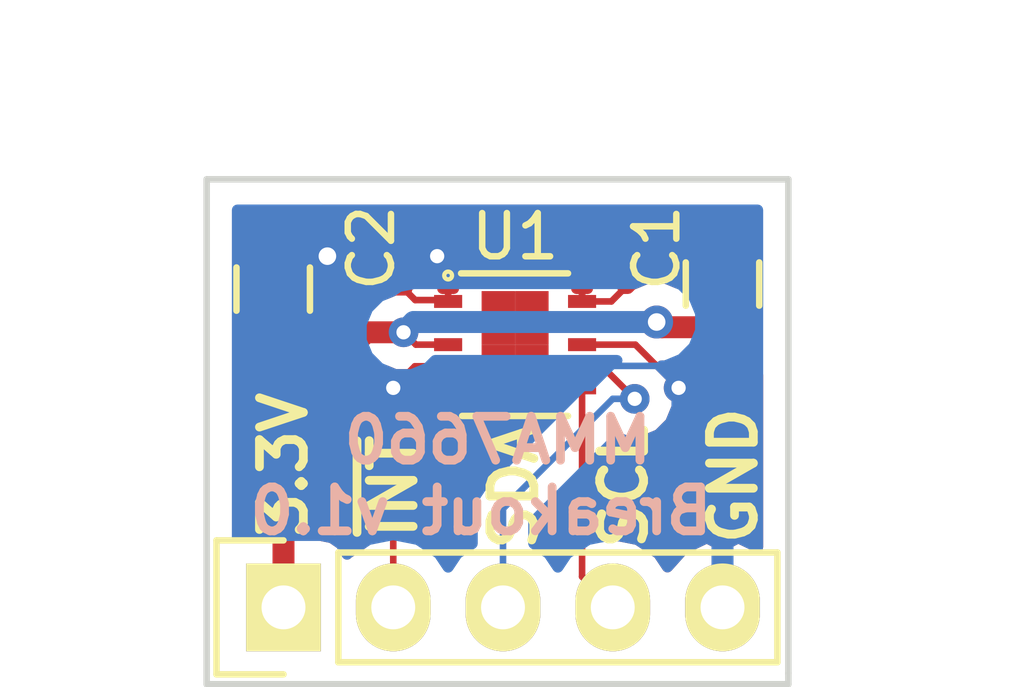
<source format=kicad_pcb>
(kicad_pcb (version 4) (host pcbnew 4.0.3+e1-6302~38~ubuntu14.04.1-stable)

  (general
    (links 13)
    (no_connects 0)
    (area 136.312142 99.301 159.765572 115.389201)
    (thickness 1.6)
    (drawings 18)
    (tracks 64)
    (zones 0)
    (modules 4)
    (nets 6)
  )

  (page A4)
  (title_block
    (company "Released under the CERN Open Hardware License v1.2")
    (comment 1 jeh.wicker@gmail.com)
    (comment 2 "Jenner Hanni")
    (comment 3 "Wickerbox Electronics")
  )

  (layers
    (0 F.Cu signal)
    (31 B.Cu signal)
    (34 B.Paste user)
    (35 F.Paste user)
    (36 B.SilkS user)
    (37 F.SilkS user)
    (38 B.Mask user)
    (39 F.Mask user)
    (44 Edge.Cuts user)
    (46 B.CrtYd user)
    (47 F.CrtYd user)
    (48 B.Fab user)
    (49 F.Fab user)
  )

  (setup
    (last_trace_width 0.1524)
    (user_trace_width 0.1524)
    (user_trace_width 0.254)
    (user_trace_width 0.3302)
    (user_trace_width 0.508)
    (user_trace_width 0.762)
    (trace_clearance 0.254)
    (zone_clearance 0.508)
    (zone_45_only no)
    (trace_min 0.1524)
    (segment_width 0.05)
    (edge_width 0.15)
    (via_size 0.6858)
    (via_drill 0.3302)
    (via_min_size 0.6858)
    (via_min_drill 0.3302)
    (user_via 0.6858 0.3302)
    (user_via 0.762 0.4064)
    (user_via 0.8636 0.508)
    (uvia_size 0.762)
    (uvia_drill 0.508)
    (uvias_allowed no)
    (uvia_min_size 0)
    (uvia_min_drill 0)
    (pcb_text_width 0.3)
    (pcb_text_size 1.5 1.5)
    (mod_edge_width 0.15)
    (mod_text_size 1 1)
    (mod_text_width 0.15)
    (pad_size 1.524 1.524)
    (pad_drill 0.762)
    (pad_to_mask_clearance 0.0762)
    (aux_axis_origin 0 0)
    (visible_elements FFFEDF7D)
    (pcbplotparams
      (layerselection 0x3d0fc_80000001)
      (usegerberextensions true)
      (excludeedgelayer true)
      (linewidth 0.100000)
      (plotframeref false)
      (viasonmask false)
      (mode 1)
      (useauxorigin false)
      (hpglpennumber 1)
      (hpglpenspeed 20)
      (hpglpendiameter 15)
      (hpglpenoverlay 2)
      (psnegative false)
      (psa4output false)
      (plotreference true)
      (plotvalue true)
      (plotinvisibletext false)
      (padsonsilk false)
      (subtractmaskfromsilk false)
      (outputformat 1)
      (mirror false)
      (drillshape 0)
      (scaleselection 1)
      (outputdirectory gerbers))
  )

  (net 0 "")
  (net 1 +3V3)
  (net 2 GND)
  (net 3 "Net-(J1-Pad2)")
  (net 4 "Net-(J1-Pad3)")
  (net 5 "Net-(J1-Pad4)")

  (net_class Default "This is the default net class."
    (clearance 0.254)
    (trace_width 0.1524)
    (via_dia 0.6858)
    (via_drill 0.3302)
    (uvia_dia 0.762)
    (uvia_drill 0.508)
    (add_net +3V3)
    (add_net GND)
    (add_net "Net-(J1-Pad2)")
    (add_net "Net-(J1-Pad3)")
    (add_net "Net-(J1-Pad4)")
  )

  (net_class Power ""
    (clearance 0.3302)
    (trace_width 0.508)
    (via_dia 0.762)
    (via_drill 0.4064)
    (uvia_dia 0.762)
    (uvia_drill 0.508)
  )

  (module Wickerlib:RLC-0805-SMD (layer F.Cu) (tedit 57904162) (tstamp 57C5DE5C)
    (at 152.908 105.801 90)
    (descr "Capacitor SMD RLC-0805-SMD, reflow soldering, AVX (see smccp.pdf)")
    (tags "capacitor RLC-0805-SMD")
    (path /57C6269F)
    (attr smd)
    (fp_text reference C1 (at 0 0 270) (layer F.Fab)
      (effects (font (size 1 1) (thickness 0.15)))
    )
    (fp_text value 100nF (at 0 0 90) (layer F.Fab) hide
      (effects (font (size 1 1) (thickness 0.15)))
    )
    (fp_text user %R (at 0.8355 -1.524 270) (layer F.SilkS)
      (effects (font (size 1 1) (thickness 0.15)))
    )
    (fp_line (start 1.778 1.016) (end 1.778 -1.016) (layer F.Fab) (width 0.05))
    (fp_line (start -1.778 1.016) (end 1.778 1.016) (layer F.Fab) (width 0.05))
    (fp_line (start -1.778 -1.016) (end -1.778 1.016) (layer F.Fab) (width 0.05))
    (fp_line (start 1.778 -1.016) (end -1.778 -1.016) (layer F.Fab) (width 0.05))
    (fp_line (start -1.8 -1) (end 1.8 -1) (layer F.CrtYd) (width 0.05))
    (fp_line (start -1.8 1) (end 1.8 1) (layer F.CrtYd) (width 0.05))
    (fp_line (start -1.8 -1) (end -1.8 1) (layer F.CrtYd) (width 0.05))
    (fp_line (start 1.8 -1) (end 1.8 1) (layer F.CrtYd) (width 0.05))
    (fp_line (start 0.5 -0.85) (end -0.5 -0.85) (layer F.SilkS) (width 0.15))
    (fp_line (start -0.5 0.85) (end 0.5 0.85) (layer F.SilkS) (width 0.15))
    (pad 1 smd rect (at -1 0 90) (size 1 1.25) (layers F.Cu F.Paste F.Mask)
      (net 1 +3V3))
    (pad 2 smd rect (at 1 0 90) (size 1 1.25) (layers F.Cu F.Paste F.Mask)
      (net 2 GND))
  )

  (module Wickerlib:RLC-0805-SMD (layer F.Cu) (tedit 57904162) (tstamp 57C5DE62)
    (at 142.51 105.918 90)
    (descr "Capacitor SMD RLC-0805-SMD, reflow soldering, AVX (see smccp.pdf)")
    (tags "capacitor RLC-0805-SMD")
    (path /57C6278C)
    (attr smd)
    (fp_text reference C2 (at 0 0 270) (layer F.Fab)
      (effects (font (size 1 1) (thickness 0.15)))
    )
    (fp_text value 100nF (at 0 0 90) (layer F.Fab) hide
      (effects (font (size 1 1) (thickness 0.15)))
    )
    (fp_text user %R (at 0.9525 2.27 90) (layer F.SilkS)
      (effects (font (size 1 1) (thickness 0.15)))
    )
    (fp_line (start 1.778 1.016) (end 1.778 -1.016) (layer F.Fab) (width 0.05))
    (fp_line (start -1.778 1.016) (end 1.778 1.016) (layer F.Fab) (width 0.05))
    (fp_line (start -1.778 -1.016) (end -1.778 1.016) (layer F.Fab) (width 0.05))
    (fp_line (start 1.778 -1.016) (end -1.778 -1.016) (layer F.Fab) (width 0.05))
    (fp_line (start -1.8 -1) (end 1.8 -1) (layer F.CrtYd) (width 0.05))
    (fp_line (start -1.8 1) (end 1.8 1) (layer F.CrtYd) (width 0.05))
    (fp_line (start -1.8 -1) (end -1.8 1) (layer F.CrtYd) (width 0.05))
    (fp_line (start 1.8 -1) (end 1.8 1) (layer F.CrtYd) (width 0.05))
    (fp_line (start 0.5 -0.85) (end -0.5 -0.85) (layer F.SilkS) (width 0.15))
    (fp_line (start -0.5 0.85) (end 0.5 0.85) (layer F.SilkS) (width 0.15))
    (pad 1 smd rect (at -1 0 90) (size 1 1.25) (layers F.Cu F.Paste F.Mask)
      (net 1 +3V3))
    (pad 2 smd rect (at 1 0 90) (size 1 1.25) (layers F.Cu F.Paste F.Mask)
      (net 2 GND))
  )

  (module Wickerlib:CONN-HEADER-STRAIGHT-P2.54MM-1x05 (layer F.Cu) (tedit 57C5E3D9) (tstamp 57C5DE2D)
    (at 142.748 113.284 90)
    (descr "Through hole pin header")
    (tags "pin header")
    (path /57C6231E)
    (fp_text reference J1 (at 0.05 6.625 180) (layer F.Fab)
      (effects (font (size 1 1) (thickness 0.15)))
    )
    (fp_text value HEADER (at 0.075 5.15 180) (layer F.Fab) hide
      (effects (font (size 1 1) (thickness 0.15)))
    )
    (fp_line (start 1.775 11.975) (end 1.775 -1.725) (layer F.Fab) (width 0.05))
    (fp_line (start -1.75 11.975) (end 1.775 11.975) (layer F.Fab) (width 0.05))
    (fp_line (start -1.75 -1.725) (end -1.75 11.975) (layer F.Fab) (width 0.05))
    (fp_line (start 1.75 -1.725) (end -1.75 -1.725) (layer F.Fab) (width 0.05))
    (fp_text user %R (at -0.05 -2.625 90) (layer F.SilkS) hide
      (effects (font (size 1 1) (thickness 0.15)))
    )
    (fp_line (start -1.55 0) (end -1.55 -1.55) (layer F.SilkS) (width 0.15))
    (fp_line (start -1.55 -1.55) (end 1.55 -1.55) (layer F.SilkS) (width 0.15))
    (fp_line (start 1.55 -1.55) (end 1.55 0) (layer F.SilkS) (width 0.15))
    (fp_line (start -1.75 -1.75) (end -1.75 11.95) (layer F.CrtYd) (width 0.05))
    (fp_line (start 1.75 -1.75) (end 1.75 11.95) (layer F.CrtYd) (width 0.05))
    (fp_line (start -1.75 -1.75) (end 1.75 -1.75) (layer F.CrtYd) (width 0.05))
    (fp_line (start -1.75 11.95) (end 1.75 11.95) (layer F.CrtYd) (width 0.05))
    (fp_line (start 1.27 1.27) (end 1.27 11.43) (layer F.SilkS) (width 0.15))
    (fp_line (start 1.27 11.43) (end -1.27 11.43) (layer F.SilkS) (width 0.15))
    (fp_line (start -1.27 11.43) (end -1.27 1.27) (layer F.SilkS) (width 0.15))
    (fp_line (start 1.27 1.27) (end -1.27 1.27) (layer F.SilkS) (width 0.15))
    (pad 1 thru_hole rect (at 0 0 90) (size 2.032 1.7272) (drill 1.016) (layers *.Cu *.Mask F.SilkS)
      (net 1 +3V3))
    (pad 2 thru_hole oval (at 0 2.54 90) (size 2.032 1.7272) (drill 1.016) (layers *.Cu *.Mask F.SilkS)
      (net 3 "Net-(J1-Pad2)"))
    (pad 3 thru_hole oval (at 0 5.08 90) (size 2.032 1.7272) (drill 1.016) (layers *.Cu *.Mask F.SilkS)
      (net 4 "Net-(J1-Pad3)"))
    (pad 4 thru_hole oval (at 0 7.62 90) (size 2.032 1.7272) (drill 1.016) (layers *.Cu *.Mask F.SilkS)
      (net 5 "Net-(J1-Pad4)"))
    (pad 5 thru_hole oval (at 0 10.16 90) (size 2.032 1.7272) (drill 1.016) (layers *.Cu *.Mask F.SilkS)
      (net 2 GND))
  )

  (module Wickerlib:DFN-10-1EP-3x3MM-P0.5MM (layer F.Cu) (tedit 57C5E483) (tstamp 57C5DE74)
    (at 148.108 107.204)
    (descr "10-Lead Plastic Dual Flat, No Lead Package (MF) - 3x3x0.9 mm Body [DFN] (see Microchip Packaging Specification 00000049BS.pdf)")
    (tags "DFN 0.5")
    (path /57C5FFB2)
    (attr smd)
    (fp_text reference U1 (at 0 0) (layer F.Fab)
      (effects (font (size 1 1) (thickness 0.15)))
    )
    (fp_text value MMA7660-DFN10 (at 0 2.575) (layer F.Fab) hide
      (effects (font (size 1 1) (thickness 0.15)))
    )
    (fp_circle (center -1.55 -1.6) (end -1.5 -1.525) (layer F.Fab) (width 0.1))
    (fp_line (start 2.15 1.85) (end 2.15 -1.85) (layer F.Fab) (width 0.05))
    (fp_line (start -2.15 1.85) (end 2.15 1.85) (layer F.Fab) (width 0.05))
    (fp_line (start -2.15 -1.85) (end -2.15 1.85) (layer F.Fab) (width 0.05))
    (fp_line (start 2.15 -1.85) (end -2.15 -1.85) (layer F.Fab) (width 0.05))
    (fp_text user %R (at 0 -2.5) (layer F.SilkS)
      (effects (font (size 1 1) (thickness 0.15)))
    )
    (fp_line (start -2.15 -1.85) (end -2.15 1.85) (layer F.CrtYd) (width 0.05))
    (fp_line (start 2.15 -1.85) (end 2.15 1.85) (layer F.CrtYd) (width 0.05))
    (fp_line (start -2.15 -1.85) (end 2.15 -1.85) (layer F.CrtYd) (width 0.05))
    (fp_line (start -2.15 1.85) (end 2.15 1.85) (layer F.CrtYd) (width 0.05))
    (fp_line (start -1.225 1.65) (end 1.225 1.65) (layer F.SilkS) (width 0.15))
    (fp_line (start -1.25 -1.65) (end 1.225 -1.65) (layer F.SilkS) (width 0.15))
    (fp_circle (center -1.55 -1.6) (end -1.5 -1.525) (layer F.SilkS) (width 0.1))
    (pad 1 smd rect (at -1.55 -1) (size 0.65 0.3) (layers F.Cu F.Paste F.Mask)
      (net 2 GND))
    (pad 2 smd rect (at -1.55 -0.5) (size 0.65 0.3) (layers F.Cu F.Paste F.Mask))
    (pad 3 smd rect (at -1.55 0) (size 0.65 0.3) (layers F.Cu F.Paste F.Mask)
      (net 1 +3V3))
    (pad 4 smd rect (at -1.55 0.5) (size 0.65 0.3) (layers F.Cu F.Paste F.Mask)
      (net 2 GND))
    (pad 5 smd rect (at -1.55 1) (size 0.65 0.3) (layers F.Cu F.Paste F.Mask)
      (net 3 "Net-(J1-Pad2)"))
    (pad 6 smd rect (at 1.55 1) (size 0.65 0.3) (layers F.Cu F.Paste F.Mask)
      (net 5 "Net-(J1-Pad4)"))
    (pad 7 smd rect (at 1.55 0.5) (size 0.65 0.3) (layers F.Cu F.Paste F.Mask)
      (net 4 "Net-(J1-Pad3)"))
    (pad 8 smd rect (at 1.55 0) (size 0.65 0.3) (layers F.Cu F.Paste F.Mask)
      (net 2 GND))
    (pad 9 smd rect (at 1.55 -0.5) (size 0.65 0.3) (layers F.Cu F.Paste F.Mask)
      (net 1 +3V3))
    (pad 10 smd rect (at 1.55 -1) (size 0.65 0.3) (layers F.Cu F.Paste F.Mask)
      (net 2 GND))
    (pad 11 smd rect (at 0.3875 0.62) (size 0.775 1.24) (layers F.Cu F.Paste F.Mask)
      (solder_paste_margin_ratio -0.2))
    (pad 11 smd rect (at 0.3875 -0.62) (size 0.775 1.24) (layers F.Cu F.Paste F.Mask)
      (solder_paste_margin_ratio -0.2))
    (pad 11 smd rect (at -0.3875 0.62) (size 0.775 1.24) (layers F.Cu F.Paste F.Mask)
      (solder_paste_margin_ratio -0.2))
    (pad 11 smd rect (at -0.3875 -0.62) (size 0.775 1.24) (layers F.Cu F.Paste F.Mask)
      (solder_paste_margin_ratio -0.2))
  )

  (gr_text 8/30/16 (at 156.337 100.076) (layer F.Fab)
    (effects (font (size 1 1) (thickness 0.15)))
  )
  (gr_text "MMA7660 Breakout Board v1.0" (at 147.955 101.727) (layer F.Fab)
    (effects (font (size 1 1) (thickness 0.15)))
  )
  (gr_line (start 154.813 103.378) (end 140.97 103.378) (layer F.Fab) (width 0.05))
  (gr_line (start 154.813 103.505) (end 154.813 103.378) (layer F.Fab) (width 0.05))
  (gr_line (start 154.813 115.062) (end 154.813 103.505) (layer F.Fab) (width 0.05))
  (gr_line (start 154.813 115.062) (end 140.97 115.062) (layer F.Fab) (width 0.05))
  (gr_line (start 140.97 103.378) (end 140.97 115.062) (layer F.Fab) (width 0.05))
  (gr_text "MMA7660 \nBreakout v1.0" (at 147.32 110.236) (layer B.SilkS) (tstamp 56EFA769)
    (effects (font (size 1.016 1.016) (thickness 0.2032)) (justify mirror))
  )
  (gr_text GND (at 153.162 110.236 90) (layer F.SilkS) (tstamp 56EFA726)
    (effects (font (size 1.016 1.016) (thickness 0.2032)))
  )
  (gr_text SCL (at 150.622 110.49 90) (layer F.SilkS) (tstamp 56EFA725)
    (effects (font (size 1.016 1.016) (thickness 0.2032)))
  )
  (gr_text SDA (at 148.082 110.49 90) (layer F.SilkS) (tstamp 56EFA724)
    (effects (font (size 1.016 1.016) (thickness 0.2032)))
  )
  (gr_text ~INT (at 145.288 110.49 90) (layer F.SilkS) (tstamp 56EFA70B)
    (effects (font (size 1.016 1.016) (thickness 0.2032)))
  )
  (gr_text 3.3V (at 142.748 109.982 90) (layer F.SilkS)
    (effects (font (size 1.016 1.016) (thickness 0.2032)))
  )
  (gr_line (start 154.432 115.062) (end 154.432 114.808) (layer Edge.Cuts) (width 0.15))
  (gr_line (start 140.97 115.062) (end 154.432 115.062) (layer Edge.Cuts) (width 0.15))
  (gr_line (start 140.97 103.378) (end 140.97 115.062) (layer Edge.Cuts) (width 0.15))
  (gr_line (start 154.432 103.378) (end 140.97 103.378) (layer Edge.Cuts) (width 0.15))
  (gr_line (start 154.432 114.808) (end 154.432 103.378) (layer Edge.Cuts) (width 0.15))

  (segment (start 151.739 104.801) (end 151.384 105.156) (width 0.3302) (layer F.Cu) (net 0))
  (segment (start 146.558 107.204) (end 145.812 107.204) (width 0.1524) (layer F.Cu) (net 1))
  (segment (start 145.812 107.204) (end 145.526 106.918) (width 0.1524) (layer F.Cu) (net 1))
  (segment (start 150.845185 106.68) (end 151.384 106.68) (width 0.3302) (layer F.Cu) (net 1))
  (segment (start 150.821185 106.704) (end 150.845185 106.68) (width 0.3302) (layer F.Cu) (net 1))
  (segment (start 150.344 106.704) (end 150.821185 106.704) (width 0.3302) (layer F.Cu) (net 1))
  (segment (start 149.658 106.704) (end 150.344 106.704) (width 0.1524) (layer F.Cu) (net 1))
  (segment (start 151.384 106.68) (end 145.764 106.68) (width 0.508) (layer B.Cu) (net 1))
  (segment (start 145.764 106.68) (end 145.526 106.918) (width 0.508) (layer B.Cu) (net 1))
  (segment (start 152.908 106.801) (end 151.505 106.801) (width 0.508) (layer F.Cu) (net 1))
  (segment (start 151.505 106.801) (end 151.384 106.68) (width 0.508) (layer F.Cu) (net 1))
  (via (at 151.384 106.68) (size 0.762) (drill 0.4064) (layers F.Cu B.Cu) (net 1))
  (via (at 145.526 106.918) (size 0.6858) (drill 0.3302) (layers F.Cu B.Cu) (net 1))
  (segment (start 144.655 106.918) (end 145.526 106.918) (width 0.508) (layer F.Cu) (net 1))
  (segment (start 142.748 108.825) (end 143.764 107.809) (width 0.508) (layer F.Cu) (net 1))
  (segment (start 143.764 107.809) (end 144.655 106.918) (width 0.508) (layer F.Cu) (net 1))
  (segment (start 142.51 106.918) (end 142.635 106.918) (width 0.508) (layer F.Cu) (net 1))
  (segment (start 142.635 106.918) (end 143.643 107.926) (width 0.508) (layer F.Cu) (net 1))
  (segment (start 143.643 107.926) (end 143.647 107.926) (width 0.508) (layer F.Cu) (net 1))
  (segment (start 143.647 107.926) (end 143.764 107.809) (width 0.508) (layer F.Cu) (net 1))
  (segment (start 142.748 113.284) (end 142.748 108.825) (width 0.508) (layer F.Cu) (net 1))
  (segment (start 152.908 104.801) (end 151.9936 104.801) (width 0.3302) (layer F.Cu) (net 2))
  (segment (start 146.304 105.156) (end 151.6386 105.156) (width 0.1524) (layer F.Cu) (net 2))
  (segment (start 151.6386 105.156) (end 151.9936 104.801) (width 0.1524) (layer F.Cu) (net 2))
  (segment (start 146.304 105.156) (end 143.764 105.156) (width 0.1524) (layer F.Cu) (net 2))
  (segment (start 152.908 113.284) (end 152.908 109.22) (width 0.1524) (layer F.Cu) (net 2))
  (segment (start 152.908 109.22) (end 151.892 108.204) (width 0.1524) (layer F.Cu) (net 2))
  (segment (start 150.368 107.696) (end 151.384 107.696) (width 0.1524) (layer B.Cu) (net 2))
  (segment (start 151.384 107.696) (end 151.892 108.204) (width 0.1524) (layer B.Cu) (net 2))
  (via (at 151.892 108.204) (size 0.6858) (drill 0.3302) (layers F.Cu B.Cu) (net 2))
  (segment (start 149.86 108.204) (end 150.368 107.696) (width 0.1524) (layer B.Cu) (net 2))
  (segment (start 145.288 108.204) (end 149.86 108.204) (width 0.1524) (layer B.Cu) (net 2))
  (segment (start 150.892 107.204) (end 151.892 108.204) (width 0.1524) (layer F.Cu) (net 2))
  (segment (start 149.658 107.204) (end 150.892 107.204) (width 0.1524) (layer F.Cu) (net 2))
  (segment (start 146.558 106.204) (end 146.558 105.41) (width 0.1524) (layer F.Cu) (net 2))
  (segment (start 146.558 105.41) (end 146.304 105.156) (width 0.1524) (layer F.Cu) (net 2))
  (segment (start 150.336 106.204) (end 150.876 105.664) (width 0.1524) (layer F.Cu) (net 2))
  (segment (start 149.658 106.204) (end 150.336 106.204) (width 0.1524) (layer F.Cu) (net 2))
  (segment (start 149.658 106.204) (end 149.658 105.9016) (width 0.1524) (layer F.Cu) (net 2))
  (segment (start 149.658 105.9016) (end 149.4204 105.664) (width 0.1524) (layer F.Cu) (net 2))
  (segment (start 142.51 104.918) (end 143.526 104.918) (width 0.3302) (layer F.Cu) (net 2))
  (via (at 143.764 105.156) (size 0.762) (drill 0.4064) (layers F.Cu B.Cu) (net 2))
  (segment (start 143.526 104.918) (end 143.764 105.156) (width 0.3302) (layer F.Cu) (net 2))
  (segment (start 145.796 106.172) (end 145.288 105.664) (width 0.1524) (layer F.Cu) (net 2))
  (segment (start 146.351 106.172) (end 145.796 106.172) (width 0.1524) (layer F.Cu) (net 2))
  (segment (start 146.558 106.204) (end 146.383 106.204) (width 0.1524) (layer F.Cu) (net 2))
  (segment (start 146.383 106.204) (end 146.351 106.172) (width 0.1524) (layer F.Cu) (net 2))
  (via (at 146.304 105.156) (size 0.6858) (drill 0.3302) (layers F.Cu B.Cu) (net 2))
  (segment (start 146.558 107.704) (end 145.788 107.704) (width 0.1524) (layer F.Cu) (net 2))
  (segment (start 145.788 107.704) (end 145.288 108.204) (width 0.1524) (layer F.Cu) (net 2))
  (via (at 145.288 108.204) (size 0.6858) (drill 0.3302) (layers F.Cu B.Cu) (net 2))
  (segment (start 149.658 106.204) (end 149.658 105.866) (width 0.1524) (layer F.Cu) (net 2))
  (segment (start 145.288 113.284) (end 145.288 109.299) (width 0.1524) (layer F.Cu) (net 3))
  (segment (start 145.288 109.299) (end 146.383 108.204) (width 0.1524) (layer F.Cu) (net 3))
  (segment (start 146.383 108.204) (end 146.558 108.204) (width 0.1524) (layer F.Cu) (net 3))
  (via (at 150.876 108.458) (size 0.6858) (drill 0.3302) (layers F.Cu B.Cu) (net 4))
  (segment (start 150.876 108.458) (end 150.212606 107.794606) (width 0.1524) (layer F.Cu) (net 4))
  (segment (start 150.212606 107.794606) (end 150.1354 107.7174) (width 0.1524) (layer F.Cu) (net 4))
  (segment (start 147.828 113.284) (end 147.828 110.998) (width 0.1524) (layer B.Cu) (net 4))
  (segment (start 150.368 108.458) (end 150.876 108.458) (width 0.1524) (layer B.Cu) (net 4))
  (segment (start 147.828 110.998) (end 150.368 108.458) (width 0.1524) (layer B.Cu) (net 4))
  (segment (start 149.658 107.704) (end 150.1354 107.704) (width 0.1524) (layer F.Cu) (net 4))
  (segment (start 149.658 108.204) (end 149.658 112.574) (width 0.1524) (layer F.Cu) (net 5))
  (segment (start 149.658 112.574) (end 150.368 113.284) (width 0.1524) (layer F.Cu) (net 5))

  (zone (net 2) (net_name GND) (layer F.Cu) (tstamp 0) (hatch edge 0.508)
    (connect_pads (clearance 0.508))
    (min_thickness 0.254)
    (fill yes (arc_segments 16) (thermal_gap 0.508) (thermal_bridge_width 0.508))
    (polygon
      (pts
        (xy 154.432 103.378) (xy 140.97 103.378) (xy 140.97 115.062) (xy 154.432 115.062)
      )
    )
    (filled_polygon
      (pts
        (xy 151.81891 107.752441) (xy 152.03111 107.897431) (xy 152.283 107.94844) (xy 153.533 107.94844) (xy 153.722 107.912877)
        (xy 153.722 111.890861) (xy 153.282791 111.679291) (xy 153.267026 111.676642) (xy 153.035 111.797783) (xy 153.035 113.157)
        (xy 153.055 113.157) (xy 153.055 113.411) (xy 153.035 113.411) (xy 153.035 113.431) (xy 152.781 113.431)
        (xy 152.781 113.411) (xy 152.761 113.411) (xy 152.761 113.157) (xy 152.781 113.157) (xy 152.781 111.797783)
        (xy 152.548974 111.676642) (xy 152.533209 111.679291) (xy 152.005964 111.933268) (xy 151.634461 112.349069) (xy 151.42767 112.039585)
        (xy 150.941489 111.714729) (xy 150.3692 111.600894) (xy 150.3692 109.306413) (xy 150.68063 109.43573) (xy 151.069663 109.436069)
        (xy 151.429212 109.287507) (xy 151.70454 109.012659) (xy 151.85373 108.65337) (xy 151.854069 108.264337) (xy 151.705507 107.904788)
        (xy 151.497182 107.696099) (xy 151.585208 107.696176) (xy 151.600155 107.69) (xy 151.77873 107.69)
      )
    )
    (filled_polygon
      (pts
        (xy 145.33063 107.89573) (xy 145.61756 107.89598) (xy 145.61192 107.92383) (xy 145.598 107.93775) (xy 145.598 107.98031)
        (xy 145.59885 107.982362) (xy 144.785106 108.796106) (xy 144.630937 109.026835) (xy 144.602619 109.1692) (xy 144.5768 109.299)
        (xy 144.5768 111.806745) (xy 144.22833 112.039585) (xy 144.218757 112.053913) (xy 144.214762 112.032683) (xy 144.07569 111.816559)
        (xy 143.86349 111.671569) (xy 143.637 111.625704) (xy 143.637 109.193236) (xy 145.023236 107.807) (xy 145.116945 107.807)
      )
    )
    (filled_polygon
      (pts
        (xy 151.648 104.174691) (xy 151.648 104.51525) (xy 151.80675 104.674) (xy 152.781 104.674) (xy 152.781 104.654)
        (xy 153.035 104.654) (xy 153.035 104.674) (xy 153.055 104.674) (xy 153.055 104.928) (xy 153.035 104.928)
        (xy 153.035 104.948) (xy 152.781 104.948) (xy 152.781 104.928) (xy 151.80675 104.928) (xy 151.648 105.08675)
        (xy 151.648 105.427309) (xy 151.744673 105.660698) (xy 151.862596 105.778621) (xy 151.586982 105.664176) (xy 151.182792 105.663824)
        (xy 150.809234 105.818175) (xy 150.723359 105.9039) (xy 150.608146 105.9039) (xy 150.521327 105.694301) (xy 150.342698 105.515673)
        (xy 150.109309 105.419) (xy 149.94375 105.419) (xy 149.785 105.57775) (xy 149.785 105.90656) (xy 149.531 105.90656)
        (xy 149.531 105.57775) (xy 149.37225 105.419) (xy 149.210162 105.419) (xy 149.13489 105.367569) (xy 148.883 105.31656)
        (xy 147.333 105.31656) (xy 147.097683 105.360838) (xy 147.007297 105.419) (xy 146.84375 105.419) (xy 146.685 105.57775)
        (xy 146.685 105.90656) (xy 146.431 105.90656) (xy 146.431 105.57775) (xy 146.27225 105.419) (xy 146.106691 105.419)
        (xy 145.873302 105.515673) (xy 145.694673 105.694301) (xy 145.598 105.92769) (xy 145.598 105.940162) (xy 145.332337 105.939931)
        (xy 145.116773 106.029) (xy 144.655 106.029) (xy 144.314794 106.096671) (xy 144.026382 106.289382) (xy 143.78244 106.533324)
        (xy 143.78244 106.418) (xy 143.738162 106.182683) (xy 143.59909 105.966559) (xy 143.530994 105.920031) (xy 143.673327 105.777698)
        (xy 143.77 105.544309) (xy 143.77 105.20375) (xy 143.61125 105.045) (xy 142.637 105.045) (xy 142.637 105.065)
        (xy 142.383 105.065) (xy 142.383 105.045) (xy 142.363 105.045) (xy 142.363 104.791) (xy 142.383 104.791)
        (xy 142.383 104.771) (xy 142.637 104.771) (xy 142.637 104.791) (xy 143.61125 104.791) (xy 143.77 104.63225)
        (xy 143.77 104.291691) (xy 143.685628 104.088) (xy 151.683909 104.088)
      )
    )
  )
  (zone (net 2) (net_name GND) (layer B.Cu) (tstamp 56EFA5A4) (hatch edge 0.508)
    (connect_pads (clearance 0.508))
    (min_thickness 0.254)
    (fill yes (arc_segments 16) (thermal_gap 0.508) (thermal_bridge_width 0.508))
    (polygon
      (pts
        (xy 154.432 103.348405) (xy 140.97 103.348405) (xy 140.97 115.032405) (xy 154.432 115.032405)
      )
    )
    (filled_polygon
      (pts
        (xy 153.722 111.890861) (xy 153.282791 111.679291) (xy 153.267026 111.676642) (xy 153.035 111.797783) (xy 153.035 113.157)
        (xy 153.055 113.157) (xy 153.055 113.411) (xy 153.035 113.411) (xy 153.035 113.431) (xy 152.781 113.431)
        (xy 152.781 113.411) (xy 152.761 113.411) (xy 152.761 113.157) (xy 152.781 113.157) (xy 152.781 111.797783)
        (xy 152.548974 111.676642) (xy 152.533209 111.679291) (xy 152.005964 111.933268) (xy 151.634461 112.349069) (xy 151.42767 112.039585)
        (xy 150.941489 111.714729) (xy 150.368 111.600655) (xy 149.794511 111.714729) (xy 149.30833 112.039585) (xy 149.098 112.354366)
        (xy 148.88767 112.039585) (xy 148.5392 111.806745) (xy 148.5392 111.292588) (xy 150.479553 109.352236) (xy 150.68063 109.43573)
        (xy 151.069663 109.436069) (xy 151.429212 109.287507) (xy 151.70454 109.012659) (xy 151.85373 108.65337) (xy 151.854069 108.264337)
        (xy 151.705507 107.904788) (xy 151.497182 107.696099) (xy 151.585208 107.696176) (xy 151.958766 107.541825) (xy 152.244821 107.256269)
        (xy 152.399824 106.882982) (xy 152.400176 106.478792) (xy 152.245825 106.105234) (xy 151.960269 105.819179) (xy 151.586982 105.664176)
        (xy 151.182792 105.663824) (xy 150.875003 105.791) (xy 145.764 105.791) (xy 145.423794 105.858671) (xy 145.301673 105.94027)
        (xy 145.253314 105.972582) (xy 144.972788 106.088493) (xy 144.69746 106.363341) (xy 144.54827 106.72263) (xy 144.547931 107.111663)
        (xy 144.696493 107.471212) (xy 144.971341 107.74654) (xy 145.33063 107.89573) (xy 145.719663 107.896069) (xy 146.079212 107.747507)
        (xy 146.258031 107.569) (xy 150.466773 107.569) (xy 150.322788 107.628493) (xy 150.163532 107.787471) (xy 150.095836 107.800937)
        (xy 150.019274 107.852094) (xy 149.865105 107.955106) (xy 147.325106 110.495106) (xy 147.170937 110.725835) (xy 147.170937 110.725836)
        (xy 147.1168 110.998) (xy 147.1168 111.806745) (xy 146.76833 112.039585) (xy 146.558 112.354366) (xy 146.34767 112.039585)
        (xy 145.861489 111.714729) (xy 145.288 111.600655) (xy 144.714511 111.714729) (xy 144.22833 112.039585) (xy 144.218757 112.053913)
        (xy 144.214762 112.032683) (xy 144.07569 111.816559) (xy 143.86349 111.671569) (xy 143.6116 111.62056) (xy 141.8844 111.62056)
        (xy 141.68 111.659021) (xy 141.68 104.088) (xy 153.722 104.088)
      )
    )
  )
)

</source>
